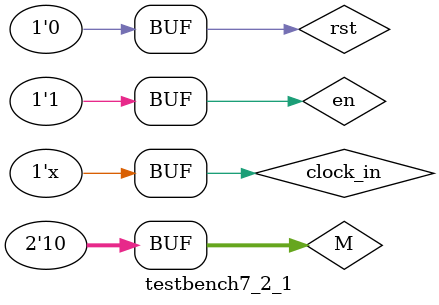
<source format=v>
`timescale 1ns / 1ps
`define clk_period 10


module testbench7_2_1(
);
    reg clock_in, rst, en;
    wire clock_out;
    wire [6:0] S0, S1, M1, M0;
    wire [7:0] Q;
    reg [1:0] M;
    
    stopwatch STOP(
    .Clk(clock_in),
    .en(en),
    .reset(rst),
    .S0(S0),
    .S1(S1),
    .M(M),
    .M0(M0),
    .M1(M1),
    .Clk_div_output(clock_out),
    .Q(Q));
    
    initial clock_in = 1'b1;
    initial M = 2'b10;
    initial rst = 0;
    initial en = 0;
    always #(`clk_period/2) clock_in = ~clock_in;
    
    initial 
    begin
        #(`clk_period);
        rst = 1;
        #(`clk_period);
        rst = 0;
        en = 1;
        #(`clk_period);
    end
endmodule
</source>
